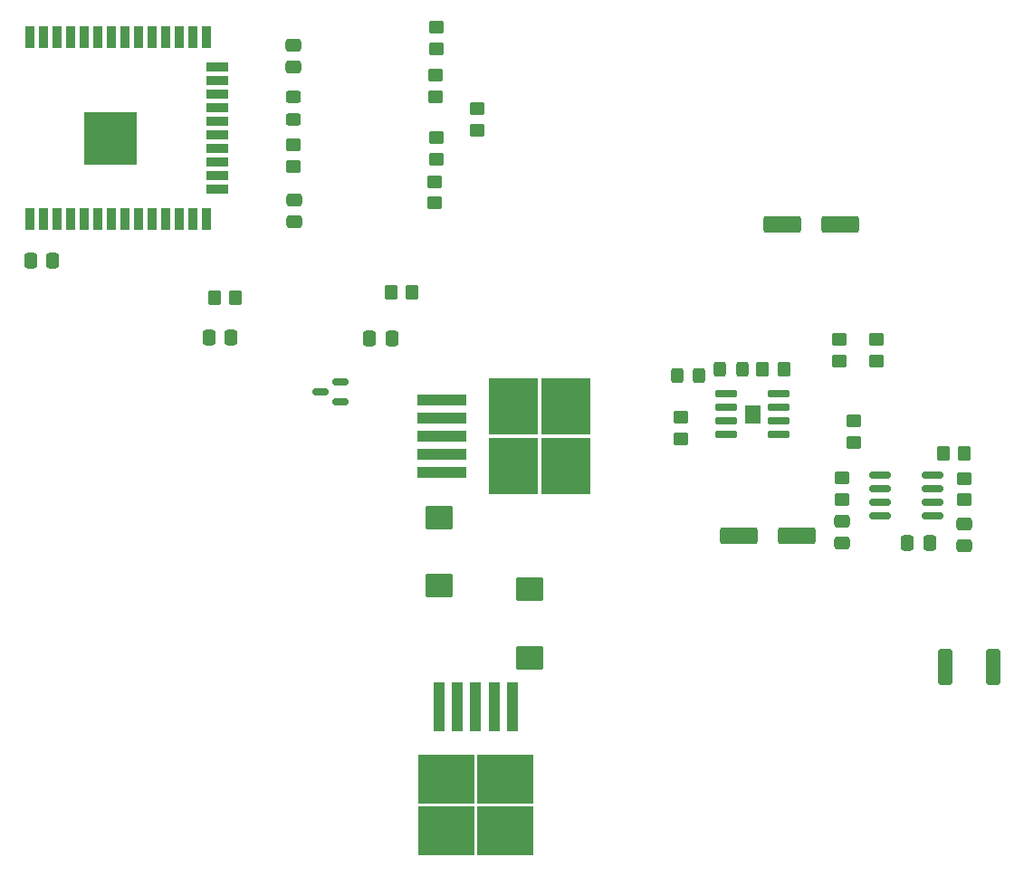
<source format=gtp>
%TF.GenerationSoftware,KiCad,Pcbnew,(6.0.4)*%
%TF.CreationDate,2022-05-20T17:10:54-05:00*%
%TF.ProjectId,Easyrun,45617379-7275-46e2-9e6b-696361645f70,rev?*%
%TF.SameCoordinates,Original*%
%TF.FileFunction,Paste,Top*%
%TF.FilePolarity,Positive*%
%FSLAX46Y46*%
G04 Gerber Fmt 4.6, Leading zero omitted, Abs format (unit mm)*
G04 Created by KiCad (PCBNEW (6.0.4)) date 2022-05-20 17:10:54*
%MOMM*%
%LPD*%
G01*
G04 APERTURE LIST*
G04 Aperture macros list*
%AMRoundRect*
0 Rectangle with rounded corners*
0 $1 Rounding radius*
0 $2 $3 $4 $5 $6 $7 $8 $9 X,Y pos of 4 corners*
0 Add a 4 corners polygon primitive as box body*
4,1,4,$2,$3,$4,$5,$6,$7,$8,$9,$2,$3,0*
0 Add four circle primitives for the rounded corners*
1,1,$1+$1,$2,$3*
1,1,$1+$1,$4,$5*
1,1,$1+$1,$6,$7*
1,1,$1+$1,$8,$9*
0 Add four rect primitives between the rounded corners*
20,1,$1+$1,$2,$3,$4,$5,0*
20,1,$1+$1,$4,$5,$6,$7,0*
20,1,$1+$1,$6,$7,$8,$9,0*
20,1,$1+$1,$8,$9,$2,$3,0*%
G04 Aperture macros list end*
%ADD10C,0.010000*%
%ADD11RoundRect,0.250000X-0.400000X-1.450000X0.400000X-1.450000X0.400000X1.450000X-0.400000X1.450000X0*%
%ADD12RoundRect,0.250000X-0.475000X0.337500X-0.475000X-0.337500X0.475000X-0.337500X0.475000X0.337500X0*%
%ADD13RoundRect,0.250000X-0.337500X-0.475000X0.337500X-0.475000X0.337500X0.475000X-0.337500X0.475000X0*%
%ADD14RoundRect,0.250000X0.337500X0.475000X-0.337500X0.475000X-0.337500X-0.475000X0.337500X-0.475000X0*%
%ADD15RoundRect,0.250000X-0.350000X-0.450000X0.350000X-0.450000X0.350000X0.450000X-0.350000X0.450000X0*%
%ADD16RoundRect,0.250000X-1.025000X0.875000X-1.025000X-0.875000X1.025000X-0.875000X1.025000X0.875000X0*%
%ADD17RoundRect,0.250000X0.475000X-0.337500X0.475000X0.337500X-0.475000X0.337500X-0.475000X-0.337500X0*%
%ADD18RoundRect,0.250000X0.450000X-0.350000X0.450000X0.350000X-0.450000X0.350000X-0.450000X-0.350000X0*%
%ADD19RoundRect,0.250000X-0.450000X0.350000X-0.450000X-0.350000X0.450000X-0.350000X0.450000X0.350000X0*%
%ADD20RoundRect,0.250000X1.500000X0.550000X-1.500000X0.550000X-1.500000X-0.550000X1.500000X-0.550000X0*%
%ADD21RoundRect,0.042000X0.943000X0.258000X-0.943000X0.258000X-0.943000X-0.258000X0.943000X-0.258000X0*%
%ADD22RoundRect,0.150000X-0.825000X-0.150000X0.825000X-0.150000X0.825000X0.150000X-0.825000X0.150000X0*%
%ADD23RoundRect,0.250000X-0.325000X-0.450000X0.325000X-0.450000X0.325000X0.450000X-0.325000X0.450000X0*%
%ADD24RoundRect,0.250000X-1.500000X-0.550000X1.500000X-0.550000X1.500000X0.550000X-1.500000X0.550000X0*%
%ADD25RoundRect,0.250000X-0.450000X0.325000X-0.450000X-0.325000X0.450000X-0.325000X0.450000X0.325000X0*%
%ADD26R,0.900000X2.000000*%
%ADD27R,2.000000X0.900000*%
%ADD28R,5.000000X5.000000*%
%ADD29RoundRect,0.150000X0.587500X0.150000X-0.587500X0.150000X-0.587500X-0.150000X0.587500X-0.150000X0*%
%ADD30RoundRect,0.250000X0.325000X0.450000X-0.325000X0.450000X-0.325000X-0.450000X0.325000X-0.450000X0*%
%ADD31R,4.550000X5.250000*%
%ADD32R,4.600000X1.100000*%
%ADD33R,5.250000X4.550000*%
%ADD34R,1.100000X4.600000*%
%ADD35RoundRect,0.250000X0.350000X0.450000X-0.350000X0.450000X-0.350000X-0.450000X0.350000X-0.450000X0*%
%ADD36RoundRect,0.250000X1.025000X-0.875000X1.025000X0.875000X-1.025000X0.875000X-1.025000X-0.875000X0*%
G04 APERTURE END LIST*
%TO.C,U_ChargeControler1*%
G36*
X178152400Y-102313000D02*
G01*
X176862400Y-102313000D01*
X176862400Y-100673000D01*
X178152400Y-100673000D01*
X178152400Y-102313000D01*
G37*
D10*
X178152400Y-102313000D02*
X176862400Y-102313000D01*
X176862400Y-100673000D01*
X178152400Y-100673000D01*
X178152400Y-102313000D01*
%TD*%
D11*
%TO.C,FB1*%
X195549400Y-125115000D03*
X199999400Y-125115000D03*
%TD*%
D12*
%TO.C,C1*%
X134640000Y-81445000D03*
X134640000Y-83520000D03*
%TD*%
D13*
%TO.C,CB4*%
X141720500Y-94381000D03*
X143795500Y-94381000D03*
%TD*%
D14*
%TO.C,CB1*%
X112102500Y-87145000D03*
X110027500Y-87145000D03*
%TD*%
D15*
%TO.C,Ra1*%
X195352000Y-105150600D03*
X197352000Y-105150600D03*
%TD*%
D16*
%TO.C,CBy3*%
X148244400Y-111145400D03*
X148244400Y-117545400D03*
%TD*%
D17*
%TO.C,C3*%
X134565000Y-69032500D03*
X134565000Y-66957500D03*
%TD*%
D18*
%TO.C,RI2C1*%
X185684000Y-96498600D03*
X185684000Y-94498600D03*
%TD*%
D13*
%TO.C,CB2*%
X126683700Y-94279400D03*
X128758700Y-94279400D03*
%TD*%
D18*
%TO.C,R6*%
X147840000Y-81720000D03*
X147840000Y-79720000D03*
%TD*%
D19*
%TO.C,R_RED1*%
X170799600Y-101763000D03*
X170799600Y-103763000D03*
%TD*%
%TO.C,R5*%
X147990000Y-65270000D03*
X147990000Y-67270000D03*
%TD*%
D20*
%TO.C,CBat1*%
X185742400Y-83713000D03*
X180342400Y-83713000D03*
%TD*%
D21*
%TO.C,U_ChargeControler1*%
X179982400Y-103398000D03*
X179982400Y-102128000D03*
X179982400Y-100858000D03*
X179982400Y-99588000D03*
X175032400Y-99588000D03*
X175032400Y-100858000D03*
X175032400Y-102128000D03*
X175032400Y-103398000D03*
%TD*%
D22*
%TO.C,U_555*%
X189446000Y-107188600D03*
X189446000Y-108458600D03*
X189446000Y-109728600D03*
X189446000Y-110998600D03*
X194396000Y-110998600D03*
X194396000Y-109728600D03*
X194396000Y-108458600D03*
X194396000Y-107188600D03*
%TD*%
D23*
%TO.C,D_RED1*%
X170485800Y-97886200D03*
X172535800Y-97886200D03*
%TD*%
D24*
%TO.C,CByBa1*%
X176227600Y-112821400D03*
X181627600Y-112821400D03*
%TD*%
D25*
%TO.C,L_p1*%
X134615000Y-71820000D03*
X134615000Y-73870000D03*
%TD*%
D19*
%TO.C,R_Prog10*%
X186994800Y-102124000D03*
X186994800Y-104124000D03*
%TD*%
D26*
%TO.C,U1*%
X109966600Y-83221400D03*
X111236600Y-83221400D03*
X112506600Y-83221400D03*
X113776600Y-83221400D03*
X115046600Y-83221400D03*
X116316600Y-83221400D03*
X117586600Y-83221400D03*
X118856600Y-83221400D03*
X120126600Y-83221400D03*
X121396600Y-83221400D03*
X122666600Y-83221400D03*
X123936600Y-83221400D03*
X125206600Y-83221400D03*
X126476600Y-83221400D03*
D27*
X127476600Y-80436400D03*
X127476600Y-79166400D03*
X127476600Y-77896400D03*
X127476600Y-76626400D03*
X127476600Y-75356400D03*
X127476600Y-74086400D03*
X127476600Y-72816400D03*
X127476600Y-71546400D03*
X127476600Y-70276400D03*
X127476600Y-69006400D03*
D26*
X126476600Y-66221400D03*
X125206600Y-66221400D03*
X123936600Y-66221400D03*
X122666600Y-66221400D03*
X121396600Y-66221400D03*
X120126600Y-66221400D03*
X118856600Y-66221400D03*
X117586600Y-66221400D03*
X116316600Y-66221400D03*
X115046600Y-66221400D03*
X113776600Y-66221400D03*
X112506600Y-66221400D03*
X111236600Y-66221400D03*
X109966600Y-66221400D03*
D28*
X117466600Y-75721400D03*
%TD*%
D29*
%TO.C,QBoo1*%
X138971100Y-100360200D03*
X138971100Y-98460200D03*
X137096100Y-99410200D03*
%TD*%
D14*
%TO.C,C_cv1*%
X194087500Y-113532600D03*
X192012500Y-113532600D03*
%TD*%
D30*
%TO.C,D_GREEN1*%
X176549000Y-97276600D03*
X174499000Y-97276600D03*
%TD*%
D31*
%TO.C,UB3v3*%
X155200000Y-106300000D03*
X160050000Y-100750000D03*
X155200000Y-100750000D03*
X160050000Y-106300000D03*
D32*
X148475000Y-100125000D03*
X148475000Y-101825000D03*
X148475000Y-103525000D03*
X148475000Y-105225000D03*
X148475000Y-106925000D03*
%TD*%
D18*
%TO.C,RI2C2*%
X189087600Y-96498600D03*
X189087600Y-94498600D03*
%TD*%
D19*
%TO.C,R4*%
X151790000Y-72895000D03*
X151790000Y-74895000D03*
%TD*%
%TO.C,R_p1*%
X134565000Y-76320000D03*
X134565000Y-78320000D03*
%TD*%
D12*
%TO.C,Cby2*%
X197368000Y-111733100D03*
X197368000Y-113808100D03*
%TD*%
D15*
%TO.C,R_GREEN1*%
X178486400Y-97276600D03*
X180486400Y-97276600D03*
%TD*%
D33*
%TO.C,UB5v0*%
X154423000Y-140465400D03*
X148873000Y-140465400D03*
X154423000Y-135615400D03*
X148873000Y-135615400D03*
D34*
X155048000Y-128890400D03*
X153348000Y-128890400D03*
X151648000Y-128890400D03*
X149948000Y-128890400D03*
X148248000Y-128890400D03*
%TD*%
D18*
%TO.C,Ro1*%
X185938000Y-109452600D03*
X185938000Y-107452600D03*
%TD*%
D17*
%TO.C,C_by1*%
X185938000Y-113554100D03*
X185938000Y-111479100D03*
%TD*%
D19*
%TO.C,RMISO1*%
X147890000Y-69795000D03*
X147890000Y-71795000D03*
%TD*%
D15*
%TO.C,RBtn2*%
X143700000Y-90075000D03*
X145700000Y-90075000D03*
%TD*%
D35*
%TO.C,RBtn1*%
X129184400Y-90576400D03*
X127184400Y-90576400D03*
%TD*%
D19*
%TO.C,R1*%
X147940000Y-75620000D03*
X147940000Y-77620000D03*
%TD*%
%TO.C,Rb1*%
X197317200Y-107503400D03*
X197317200Y-109503400D03*
%TD*%
D36*
%TO.C,CBy5*%
X156728000Y-124251000D03*
X156728000Y-117851000D03*
%TD*%
M02*

</source>
